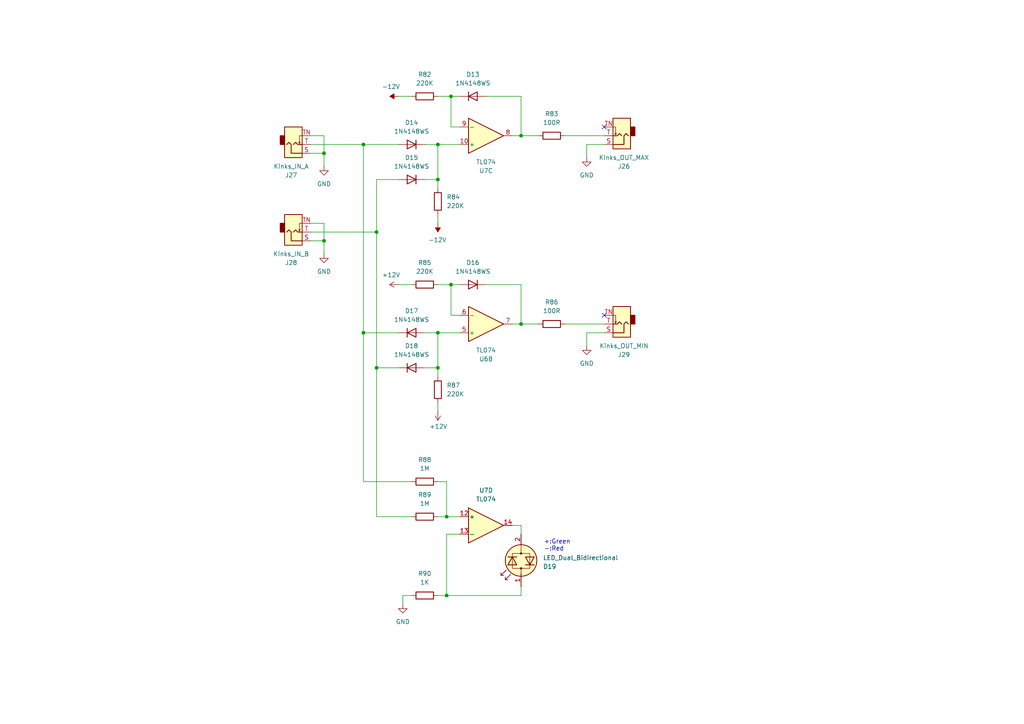
<source format=kicad_sch>
(kicad_sch (version 20231120) (generator "eeschema") (generator_version "8.0")
  (paper "A4")
  (title_block (title "Analog AND/OR") (date "2025-03-23") (rev "1.0") (company "StudioKAT"))
  (lib_symbols
    (symbol "Amplifier_Operational:TL074" (pin_names (offset 0.127))
      (property "Reference" "U" (at 0 5.08 0))
      (property "Value" "TL074" (at 0 -5.08 0))
      (symbol "TL074_1_1"
        (polyline (pts (xy -5.08 5.08) (xy 5.08 0) (xy -5.08 -5.08) (xy -5.08 5.08)) (stroke (width 0.254)) (fill (type background)))
        (pin output line (at 7.62 0 180) (length 2.54) (name "~") (number "1"))
        (pin input line (at -7.62 -2.54 0) (length 2.54) (name "-") (number "2"))
        (pin input line (at -7.62 2.54 0) (length 2.54) (name "+") (number "3"))
      )
      (symbol "TL074_2_1"
        (polyline (pts (xy -5.08 5.08) (xy 5.08 0) (xy -5.08 -5.08) (xy -5.08 5.08)) (stroke (width 0.254)) (fill (type background)))
        (pin input line (at -7.62 2.54 0) (length 2.54) (name "+") (number "5"))
        (pin input line (at -7.62 -2.54 0) (length 2.54) (name "-") (number "6"))
        (pin output line (at 7.62 0 180) (length 2.54) (name "~") (number "7"))
      )
      (symbol "TL074_3_1"
        (polyline (pts (xy -5.08 5.08) (xy 5.08 0) (xy -5.08 -5.08) (xy -5.08 5.08)) (stroke (width 0.254)) (fill (type background)))
        (pin input line (at -7.62 2.54 0) (length 2.54) (name "+") (number "10"))
        (pin output line (at 7.62 0 180) (length 2.54) (name "~") (number "8"))
        (pin input line (at -7.62 -2.54 0) (length 2.54) (name "-") (number "9"))
      )
      (symbol "TL074_4_1"
        (polyline (pts (xy -5.08 5.08) (xy 5.08 0) (xy -5.08 -5.08) (xy -5.08 5.08)) (stroke (width 0.254)) (fill (type background)))
        (pin input line (at -7.62 2.54 0) (length 2.54) (name "+") (number "12"))
        (pin input line (at -7.62 -2.54 0) (length 2.54) (name "-") (number "13"))
        (pin output line (at 7.62 0 180) (length 2.54) (name "~") (number "14"))
      )
      (symbol "TL074_5_1"
        (pin power_in line (at -2.54 -7.62 90) (length 3.81) (name "V-") (number "11"))
        (pin power_in line (at -2.54 7.62 270) (length 3.81) (name "V+") (number "4"))
      )
    )
    (symbol "Connector_Audio:AudioJack2_SwitchT"
      (property "Reference" "J" (at 0 8.89 0))
      (property "Value" "AudioJack2_SwitchT" (at 0 6.35 0))
      (symbol "AudioJack2_SwitchT_0_1"
        (rectangle (start -2.54 0) (end -3.81 -2.54) (stroke (width 0.254)) (fill (type outline)))
        (polyline (pts (xy 1.778 -0.254) (xy 2.032 -0.762)))
        (polyline (pts (xy 0 0) (xy 0.635 -0.635) (xy 1.27 0) (xy 2.54 0)) (stroke (width 0.254)))
        (polyline (pts (xy 2.54 -2.54) (xy 1.778 -2.54) (xy 1.778 -0.254) (xy 1.524 -0.762)))
        (polyline (pts (xy 2.54 2.54) (xy -0.635 2.54) (xy -0.635 0) (xy -1.27 -0.635) (xy -1.905 0)) (stroke (width 0.254)))
        (rectangle (start 2.54 3.81) (end -2.54 -5.08) (stroke (width 0.254)) (fill (type background)))
      )
      (symbol "AudioJack2_SwitchT_1_1"
        (pin passive line (at 5.08 2.54 180) (length 2.54) (name "~") (number "S"))
        (pin passive line (at 5.08 0 180) (length 2.54) (name "~") (number "T"))
        (pin passive line (at 5.08 -2.54 180) (length 2.54) (name "~") (number "TN"))
      )
    )
    (symbol "Device:LED_Dual_Bidirectional" (pin_names (offset 0) hide)
      (property "Reference" "D" (at 0 5.715 0))
      (property "Value" "LED_Dual_Bidirectional" (at 0 -6.35 0))
      (symbol "LED_Dual_Bidirectional_0_1"
        (circle (center -2.032 0) (radius 0.254) (fill (type outline)))
        (polyline (pts (xy -4.572 0) (xy -2.54 0)))
        (polyline (pts (xy -2.032 0) (xy -2.54 0)))
        (polyline (pts (xy -1.016 3.81) (xy -1.016 1.27)) (stroke (width 0.254)))
        (polyline (pts (xy 1.27 -1.27) (xy 1.27 -3.81)) (stroke (width 0.254)))
        (polyline (pts (xy 4.064 0) (xy 2.286 0)) (fill (type outline)))
        (polyline (pts (xy 4.318 5.842) (xy 4.318 5.08)) (stroke (width 0.2032)))
        (polyline (pts (xy 5.588 4.572) (xy 5.588 3.81)) (stroke (width 0.2032)))
        (polyline (pts (xy 2.794 4.318) (xy 4.318 5.842) (xy 3.556 5.842)) (stroke (width 0.2032)))
        (polyline (pts (xy 4.064 3.048) (xy 5.588 4.572) (xy 4.826 4.572)) (stroke (width 0.2032)))
        (polyline (pts (xy -1.016 -1.27) (xy -1.016 -3.81) (xy 1.27 -2.54) (xy -1.016 -1.27)) (stroke (width 0.254)))
        (polyline (pts (xy 1.27 3.81) (xy 1.27 1.27) (xy -1.016 2.54) (xy 1.27 3.81)) (stroke (width 0.254)))
        (polyline (pts (xy 2.286 2.54) (xy -2.032 2.54) (xy -2.032 -2.54) (xy 2.286 -2.54) (xy 2.286 2.54)))
        (circle (center 0 0) (radius 4.572) (stroke (width 0.254)) (fill (type background)))
        (circle (center 2.286 0) (radius 0.254) (fill (type outline)))
      )
      (symbol "LED_Dual_Bidirectional_1_1"
        (pin input line (at 7.62 0 180) (length 3.81) (name "KA") (number "1"))
        (pin input line (at -7.62 0 0) (length 3.048) (name "AK") (number "2"))
      )
    )
    (symbol "Device:R" (pin_numbers hide) (pin_names (offset 0))
      (property "Reference" "R" (at 2.032 0 90))
      (property "Value" "R" (at 0 0 90))
      (symbol "R_0_1"
        (rectangle (start -1.016 -2.54) (end 1.016 2.54) (stroke (width 0.254)))
      )
      (symbol "R_1_1"
        (pin passive line (at 0 3.81 270) (length 1.27) (name "~") (number "1"))
        (pin passive line (at 0 -3.81 90) (length 1.27) (name "~") (number "2"))
      )
    )
    (symbol "Diode:1N4148WS" (pin_numbers hide) (pin_names hide)
      (property "Reference" "D" (at 0 2.54 0))
      (property "Value" "1N4148WS" (at 0 -2.54 0))
      (symbol "1N4148WS_0_1"
        (polyline (pts (xy -1.27 1.27) (xy -1.27 -1.27)) (stroke (width 0.254)))
        (polyline (pts (xy 1.27 0) (xy -1.27 0)))
        (polyline (pts (xy 1.27 1.27) (xy 1.27 -1.27) (xy -1.27 0) (xy 1.27 1.27)) (stroke (width 0.254)))
      )
      (symbol "1N4148WS_1_1"
        (pin passive line (at -3.81 0 0) (length 2.54) (name "K") (number "1"))
        (pin passive line (at 3.81 0 180) (length 2.54) (name "A") (number "2"))
      )
    )
    (symbol "power:+12V" (power) (pin_numbers hide) (pin_names (offset 0) hide)
      (property "Value" "+12V" (at 0 3.556 0))
      (symbol "+12V_0_1"
        (polyline (pts (xy -0.762 1.27) (xy 0 2.54)))
        (polyline (pts (xy 0 0) (xy 0 2.54)))
        (polyline (pts (xy 0 2.54) (xy 0.762 1.27)))
      )
      (symbol "+12V_1_1"
        (pin power_in line (at 0 0 90) (length 0) (name "~") (number "1"))
      )
    )
    (symbol "power:-12V" (power) (pin_numbers hide) (pin_names (offset 0) hide)
      (property "Value" "-12V" (at 0 3.556 0))
      (symbol "-12V_0_0"
        (pin power_in line (at 0 0 90) (length 0) (name "~") (number "1"))
      )
      (symbol "-12V_0_1"
        (polyline (pts (xy 0 0) (xy 0 1.27) (xy 0.762 1.27) (xy 0 2.54) (xy -0.762 1.27) (xy 0 1.27)) (fill (type outline)))
      )
    )
    (symbol "power:GND" (power) (pin_numbers hide) (pin_names (offset 0) hide)
      (property "Value" "GND" (at 0 -3.81 0))
      (symbol "GND_0_1"
        (polyline (pts (xy 0 0) (xy 0 -1.27) (xy 1.27 -1.27) (xy 0 -2.54) (xy -1.27 -1.27) (xy 0 -1.27)))
      )
      (symbol "GND_1_1"
        (pin power_in line (at 0 0 270) (length 0) (name "~") (number "1"))
      )
    )
  )
  (junction (at 129.54 172.72))
  (junction (at 109.22 106.68))
  (junction (at 105.41 41.91))
  (junction (at 127 52.07))
  (junction (at 151.13 93.98))
  (junction (at 93.98 44.45))
  (junction (at 130.81 27.94))
  (junction (at 130.81 82.55))
  (junction (at 93.98 69.85))
  (junction (at 127 96.52))
  (junction (at 109.22 67.31))
  (junction (at 129.54 149.86))
  (junction (at 127 41.91))
  (junction (at 127 106.68))
  (junction (at 151.13 39.37))
  (junction (at 105.41 96.52))
  (no_connect (at 175.26 91.44))
  (no_connect (at 175.26 36.83))
  (wire (pts (xy 123.19 96.52) (xy 127 96.52)))
  (wire (pts (xy 175.26 41.91) (xy 170.18 41.91)))
  (wire (pts (xy 130.81 82.55) (xy 130.81 91.44)))
  (wire (pts (xy 129.54 154.94) (xy 129.54 172.72)))
  (wire (pts (xy 127 41.91) (xy 133.35 41.91)))
  (wire (pts (xy 119.38 149.86) (xy 109.22 149.86)))
  (wire (pts (xy 109.22 52.07) (xy 109.22 67.31)))
  (wire (pts (xy 130.81 36.83) (xy 133.35 36.83)))
  (wire (pts (xy 163.83 39.37) (xy 175.26 39.37)))
  (wire (pts (xy 151.13 39.37) (xy 156.21 39.37)))
  (wire (pts (xy 151.13 172.72) (xy 151.13 170.18)))
  (wire (pts (xy 93.98 44.45) (xy 93.98 48.26)))
  (wire (pts (xy 140.97 82.55) (xy 151.13 82.55)))
  (wire (pts (xy 115.57 96.52) (xy 105.41 96.52)))
  (wire (pts (xy 148.59 93.98) (xy 151.13 93.98)))
  (wire (pts (xy 116.84 172.72) (xy 116.84 175.26)))
  (wire (pts (xy 93.98 69.85) (xy 93.98 73.66)))
  (wire (pts (xy 127 52.07) (xy 127 41.91)))
  (wire (pts (xy 115.57 52.07) (xy 109.22 52.07)))
  (wire (pts (xy 90.17 39.37) (xy 93.98 39.37)))
  (wire (pts (xy 93.98 39.37) (xy 93.98 44.45)))
  (wire (pts (xy 105.41 139.7) (xy 105.41 96.52)))
  (wire (pts (xy 90.17 69.85) (xy 93.98 69.85)))
  (wire (pts (xy 105.41 41.91) (xy 115.57 41.91)))
  (wire (pts (xy 129.54 139.7) (xy 129.54 149.86)))
  (wire (pts (xy 123.19 106.68) (xy 127 106.68)))
  (wire (pts (xy 151.13 82.55) (xy 151.13 93.98)))
  (wire (pts (xy 163.83 93.98) (xy 175.26 93.98)))
  (wire (pts (xy 151.13 93.98) (xy 156.21 93.98)))
  (wire (pts (xy 127 82.55) (xy 130.81 82.55)))
  (wire (pts (xy 130.81 91.44) (xy 133.35 91.44)))
  (wire (pts (xy 127 62.23) (xy 127 64.77)))
  (wire (pts (xy 151.13 27.94) (xy 151.13 39.37)))
  (wire (pts (xy 129.54 154.94) (xy 133.35 154.94)))
  (wire (pts (xy 119.38 139.7) (xy 105.41 139.7)))
  (wire (pts (xy 109.22 106.68) (xy 109.22 67.31)))
  (wire (pts (xy 148.59 39.37) (xy 151.13 39.37)))
  (wire (pts (xy 170.18 96.52) (xy 170.18 100.33)))
  (wire (pts (xy 123.19 41.91) (xy 127 41.91)))
  (wire (pts (xy 129.54 172.72) (xy 151.13 172.72)))
  (wire (pts (xy 133.35 27.94) (xy 130.81 27.94)))
  (wire (pts (xy 175.26 96.52) (xy 170.18 96.52)))
  (wire (pts (xy 127 149.86) (xy 129.54 149.86)))
  (wire (pts (xy 90.17 44.45) (xy 93.98 44.45)))
  (wire (pts (xy 127 139.7) (xy 129.54 139.7)))
  (wire (pts (xy 133.35 82.55) (xy 130.81 82.55)))
  (wire (pts (xy 151.13 152.4) (xy 151.13 154.94)))
  (wire (pts (xy 115.57 106.68) (xy 109.22 106.68)))
  (wire (pts (xy 140.97 27.94) (xy 151.13 27.94)))
  (wire (pts (xy 130.81 27.94) (xy 130.81 36.83)))
  (wire (pts (xy 127 106.68) (xy 127 96.52)))
  (wire (pts (xy 127 27.94) (xy 130.81 27.94)))
  (wire (pts (xy 105.41 96.52) (xy 105.41 41.91)))
  (wire (pts (xy 127 116.84) (xy 127 119.38)))
  (wire (pts (xy 148.59 152.4) (xy 151.13 152.4)))
  (wire (pts (xy 127 96.52) (xy 133.35 96.52)))
  (wire (pts (xy 90.17 41.91) (xy 105.41 41.91)))
  (wire (pts (xy 93.98 64.77) (xy 93.98 69.85)))
  (wire (pts (xy 170.18 41.91) (xy 170.18 45.72)))
  (wire (pts (xy 129.54 149.86) (xy 133.35 149.86)))
  (wire (pts (xy 119.38 172.72) (xy 116.84 172.72)))
  (wire (pts (xy 123.19 52.07) (xy 127 52.07)))
  (wire (pts (xy 127 106.68) (xy 127 109.22)))
  (wire (pts (xy 109.22 149.86) (xy 109.22 106.68)))
  (wire (pts (xy 127 172.72) (xy 129.54 172.72)))
  (wire (pts (xy 90.17 64.77) (xy 93.98 64.77)))
  (wire (pts (xy 115.57 82.55) (xy 119.38 82.55)))
  (wire (pts (xy 109.22 67.31) (xy 90.17 67.31)))
  (wire (pts (xy 127 52.07) (xy 127 54.61)))
  (wire (pts (xy 115.57 27.94) (xy 119.38 27.94)))
  (text "+:Green\n-:Red" (at 157.734 158.242 0) (effects (font (size 1.27 1.27)) (justify left)))
  (symbol (lib_id "power:+12V") (at 127 119.38 180) (unit 1)
    (property "Reference" "#PWR082" (effects (hide yes)))
    (property "Value" "+12V" (at 129.794 123.698 0) (effects (justify left)))
    (property "Description" "Power symbol creates a global label with name \"+12V\"" (effects (hide yes)))
  )
  (symbol (lib_id "power:GND") (at 93.98 48.26 0) (unit 1)
    (property "Reference" "#PWR077" (effects (hide yes)))
    (property "Value" "GND" (at 93.98 53.34 0))
    (property "Description" "Power symbol creates a global label with name \"GND\" , ground" (effects (hide yes)))
  )
  (symbol (lib_id "Diode:1N4148WS") (at 119.38 52.07 0) (mirror y) (unit 1)
    (property "Reference" "D15" (at 119.38 45.72 0))
    (property "Value" "1N4148WS" (at 119.38 48.26 0))
    (property "Footprint" "Diode_SMD:D_SOD-323" (effects (hide yes)))
    (property "Datasheet" "https://www.vishay.com/docs/85751/1n4148ws.pdf" (effects (hide yes)))
    (property "Description" "75V 0.15A Fast switching Diode, SOD-323" (effects (hide yes)))
    (property "Sim.Device" "D" (effects (hide yes)))
    (property "Sim.Pins" "1=K 2=A" (effects (hide yes)))
    (property "LCSC" "C2128" (effects (hide yes)))
  )
  (symbol (lib_id "Device:R") (at 127 113.03 0) (unit 1)
    (property "Reference" "R87" (at 129.54 111.7599 0) (effects (justify left)))
    (property "Value" "220K" (at 129.54 114.2999 0) (effects (justify left)))
    (property "Footprint" "Resistor_SMD:R_0402_1005Metric" (effects (hide yes)))
    (property "Description" "Resistor" (effects (hide yes)))
    (property "LCSC" "C25767" (effects (hide yes)))
  )
  (symbol (lib_id "Connector_Audio:AudioJack2_SwitchT") (at 85.09 67.31 0) (mirror x) (unit 1)
    (property "Reference" "J28" (at 84.455 76.2 0))
    (property "Value" "Kinks_IN_B" (at 84.455 73.66 0))
    (property "Footprint" "kat_eurorack:AudioJack_PJ301M-12" (effects (hide yes)))
    (property "Description" "Audio Jack, 2 Poles (Mono / TS), Switched T Pole (Normalling)" (effects (hide yes)))
  )
  (symbol (lib_id "Diode:1N4148WS") (at 119.38 106.68 0) (unit 1)
    (property "Reference" "D18" (at 119.38 100.33 0))
    (property "Value" "1N4148WS" (at 119.38 102.87 0))
    (property "Footprint" "Diode_SMD:D_SOD-323" (effects (hide yes)))
    (property "Datasheet" "https://www.vishay.com/docs/85751/1n4148ws.pdf" (effects (hide yes)))
    (property "Description" "75V 0.15A Fast switching Diode, SOD-323" (effects (hide yes)))
    (property "Sim.Device" "D" (effects (hide yes)))
    (property "Sim.Pins" "1=K 2=A" (effects (hide yes)))
    (property "LCSC" "C2128" (effects (hide yes)))
  )
  (symbol (lib_id "power:GND") (at 170.18 45.72 0) (unit 1)
    (property "Reference" "#PWR076" (effects (hide yes)))
    (property "Value" "GND" (at 170.18 50.8 0))
    (property "Description" "Power symbol creates a global label with name \"GND\" , ground" (effects (hide yes)))
  )
  (symbol (lib_id "power:GND") (at 93.98 73.66 0) (unit 1)
    (property "Reference" "#PWR079" (effects (hide yes)))
    (property "Value" "GND" (at 93.98 78.74 0))
    (property "Description" "Power symbol creates a global label with name \"GND\" , ground" (effects (hide yes)))
  )
  (symbol (lib_id "Amplifier_Operational:TL074") (at 140.97 93.98 0) (mirror x) (unit 2)
    (property "Reference" "U6" (at 140.97 104.14 0))
    (property "Value" "TL074" (at 140.97 101.6 0))
    (property "Footprint" "Package_SO:TSSOP-14_4.4x5mm_P0.65mm" (effects (hide yes)))
    (property "Datasheet" "http://www.ti.com/lit/ds/symlink/tl071.pdf" (effects (hide yes)))
    (property "Description" "Quad Low-Noise JFET-Input Operational Amplifiers, DIP-14/SOIC-14" (effects (hide yes)))
    (property "LCSC" "C4370424" (effects (hide yes)))
  )
  (symbol (lib_id "power:+12V") (at 115.57 82.55 90) (unit 1)
    (property "Reference" "#PWR080" (effects (hide yes)))
    (property "Value" "+12V" (at 116.078 79.756 90) (effects (justify left)))
    (property "Description" "Power symbol creates a global label with name \"+12V\"" (effects (hide yes)))
  )
  (symbol (lib_id "Connector_Audio:AudioJack2_SwitchT") (at 180.34 93.98 180) (unit 1)
    (property "Reference" "J29" (at 180.975 102.87 0))
    (property "Value" "Kinks_OUT_MIN" (at 180.975 100.33 0))
    (property "Footprint" "kat_eurorack:AudioJack_PJ301M-12" (effects (hide yes)))
    (property "Description" "Audio Jack, 2 Poles (Mono / TS), Switched T Pole (Normalling)" (effects (hide yes)))
  )
  (symbol (lib_id "Connector_Audio:AudioJack2_SwitchT") (at 180.34 39.37 180) (unit 1)
    (property "Reference" "J26" (at 180.975 48.26 0))
    (property "Value" "Kinks_OUT_MAX" (at 180.975 45.72 0))
    (property "Footprint" "kat_eurorack:AudioJack_PJ301M-12" (effects (hide yes)))
    (property "Description" "Audio Jack, 2 Poles (Mono / TS), Switched T Pole (Normalling)" (effects (hide yes)))
  )
  (symbol (lib_id "Device:R") (at 123.19 27.94 90) (unit 1)
    (property "Reference" "R82" (at 123.19 21.59 90))
    (property "Value" "220K" (at 123.19 24.13 90))
    (property "Footprint" "Resistor_SMD:R_0402_1005Metric" (effects (hide yes)))
    (property "Description" "Resistor" (effects (hide yes)))
    (property "LCSC" "C25767" (effects (hide yes)))
  )
  (symbol (lib_id "Diode:1N4148WS") (at 119.38 41.91 0) (mirror y) (unit 1)
    (property "Reference" "D14" (at 119.38 35.56 0))
    (property "Value" "1N4148WS" (at 119.38 38.1 0))
    (property "Footprint" "Diode_SMD:D_SOD-323" (effects (hide yes)))
    (property "Datasheet" "https://www.vishay.com/docs/85751/1n4148ws.pdf" (effects (hide yes)))
    (property "Description" "75V 0.15A Fast switching Diode, SOD-323" (effects (hide yes)))
    (property "Sim.Device" "D" (effects (hide yes)))
    (property "Sim.Pins" "1=K 2=A" (effects (hide yes)))
    (property "LCSC" "C2128" (effects (hide yes)))
  )
  (symbol (lib_id "Device:R") (at 123.19 139.7 90) (unit 1)
    (property "Reference" "R88" (at 123.19 133.35 90))
    (property "Value" "1M" (at 123.19 135.89 90))
    (property "Footprint" "Resistor_SMD:R_0402_1005Metric" (effects (hide yes)))
    (property "Description" "Resistor" (effects (hide yes)))
    (property "LCSC" "C26083" (effects (hide yes)))
  )
  (symbol (lib_id "Amplifier_Operational:TL074") (at 140.97 39.37 0) (mirror x) (unit 3)
    (property "Reference" "U7" (at 140.97 49.53 0))
    (property "Value" "TL074" (at 140.97 46.99 0))
    (property "Footprint" "Package_SO:TSSOP-14_4.4x5mm_P0.65mm" (effects (hide yes)))
    (property "Datasheet" "http://www.ti.com/lit/ds/symlink/tl071.pdf" (effects (hide yes)))
    (property "Description" "Quad Low-Noise JFET-Input Operational Amplifiers, DIP-14/SOIC-14" (effects (hide yes)))
    (property "LCSC" "C4370424" (effects (hide yes)))
  )
  (symbol (lib_id "Device:R") (at 160.02 39.37 90) (unit 1)
    (property "Reference" "R83" (at 160.02 33.02 90))
    (property "Value" "100R" (at 160.02 35.56 90))
    (property "Footprint" "Resistor_SMD:R_0402_1005Metric" (effects (hide yes)))
    (property "Description" "Resistor" (effects (hide yes)))
    (property "LCSC" "C25076" (effects (hide yes)))
  )
  (symbol (lib_id "Device:LED_Dual_Bidirectional") (at 151.13 162.56 90) (mirror x) (unit 1)
    (property "Reference" "D19" (at 157.48 164.3254 90) (effects (justify right)))
    (property "Value" "LED_Dual_Bidirectional" (at 157.48 161.7854 90) (effects (justify right)))
    (property "Footprint" "LED_THT:LED_D3.0mm" (effects (hide yes)))
    (property "Description" "Dual LED, bidirectional" (effects (hide yes)))
  )
  (symbol (lib_id "Diode:1N4148WS") (at 137.16 27.94 0) (unit 1)
    (property "Reference" "D13" (at 137.16 21.59 0))
    (property "Value" "1N4148WS" (at 137.16 24.13 0))
    (property "Footprint" "Diode_SMD:D_SOD-323" (effects (hide yes)))
    (property "Datasheet" "https://www.vishay.com/docs/85751/1n4148ws.pdf" (effects (hide yes)))
    (property "Description" "75V 0.15A Fast switching Diode, SOD-323" (effects (hide yes)))
    (property "Sim.Device" "D" (effects (hide yes)))
    (property "Sim.Pins" "1=K 2=A" (effects (hide yes)))
    (property "LCSC" "C2128" (effects (hide yes)))
  )
  (symbol (lib_id "Diode:1N4148WS") (at 137.16 82.55 0) (mirror y) (unit 1)
    (property "Reference" "D16" (at 137.16 76.2 0))
    (property "Value" "1N4148WS" (at 137.16 78.74 0))
    (property "Footprint" "Diode_SMD:D_SOD-323" (effects (hide yes)))
    (property "Datasheet" "https://www.vishay.com/docs/85751/1n4148ws.pdf" (effects (hide yes)))
    (property "Description" "75V 0.15A Fast switching Diode, SOD-323" (effects (hide yes)))
    (property "Sim.Device" "D" (effects (hide yes)))
    (property "Sim.Pins" "1=K 2=A" (effects (hide yes)))
    (property "LCSC" "C2128" (effects (hide yes)))
  )
  (symbol (lib_id "power:-12V") (at 127 64.77 180) (unit 1)
    (property "Reference" "#PWR078" (effects (hide yes)))
    (property "Value" "-12V" (at 124.206 69.596 0) (effects (justify right)))
    (property "Description" "Power symbol creates a global label with name \"-12V\"" (effects (hide yes)))
  )
  (symbol (lib_id "Amplifier_Operational:TL074") (at 140.97 152.4 0) (unit 4)
    (property "Reference" "U7" (at 140.97 142.24 0))
    (property "Value" "TL074" (at 140.97 144.78 0))
    (property "Footprint" "Package_SO:TSSOP-14_4.4x5mm_P0.65mm" (effects (hide yes)))
    (property "Datasheet" "http://www.ti.com/lit/ds/symlink/tl071.pdf" (effects (hide yes)))
    (property "Description" "Quad Low-Noise JFET-Input Operational Amplifiers, DIP-14/SOIC-14" (effects (hide yes)))
    (property "LCSC" "C4370424" (effects (hide yes)))
  )
  (symbol (lib_id "Device:R") (at 123.19 172.72 90) (unit 1)
    (property "Reference" "R90" (at 123.19 166.37 90))
    (property "Value" "1K" (at 123.19 168.91 90))
    (property "Footprint" "Resistor_SMD:R_0402_1005Metric" (effects (hide yes)))
    (property "Description" "Resistor" (effects (hide yes)))
    (property "LCSC" "C11702" (effects (hide yes)))
  )
  (symbol (lib_id "Connector_Audio:AudioJack2_SwitchT") (at 85.09 41.91 0) (mirror x) (unit 1)
    (property "Reference" "J27" (at 84.455 50.8 0))
    (property "Value" "Kinks_IN_A" (at 84.455 48.26 0))
    (property "Footprint" "kat_eurorack:AudioJack_PJ301M-12" (effects (hide yes)))
    (property "Description" "Audio Jack, 2 Poles (Mono / TS), Switched T Pole (Normalling)" (effects (hide yes)))
  )
  (symbol (lib_id "Device:R") (at 123.19 149.86 90) (unit 1)
    (property "Reference" "R89" (at 123.19 143.51 90))
    (property "Value" "1M" (at 123.19 146.05 90))
    (property "Footprint" "Resistor_SMD:R_0402_1005Metric" (effects (hide yes)))
    (property "Description" "Resistor" (effects (hide yes)))
    (property "LCSC" "C26083" (effects (hide yes)))
  )
  (symbol (lib_id "power:GND") (at 170.18 100.33 0) (unit 1)
    (property "Reference" "#PWR081" (effects (hide yes)))
    (property "Value" "GND" (at 170.18 105.41 0))
    (property "Description" "Power symbol creates a global label with name \"GND\" , ground" (effects (hide yes)))
  )
  (symbol (lib_id "Device:R") (at 127 58.42 0) (unit 1)
    (property "Reference" "R84" (at 129.54 57.1499 0) (effects (justify left)))
    (property "Value" "220K" (at 129.54 59.6899 0) (effects (justify left)))
    (property "Footprint" "Resistor_SMD:R_0402_1005Metric" (effects (hide yes)))
    (property "Description" "Resistor" (effects (hide yes)))
    (property "LCSC" "C25767" (effects (hide yes)))
  )
  (symbol (lib_id "Diode:1N4148WS") (at 119.38 96.52 0) (unit 1)
    (property "Reference" "D17" (at 119.38 90.17 0))
    (property "Value" "1N4148WS" (at 119.38 92.71 0))
    (property "Footprint" "Diode_SMD:D_SOD-323" (effects (hide yes)))
    (property "Datasheet" "https://www.vishay.com/docs/85751/1n4148ws.pdf" (effects (hide yes)))
    (property "Description" "75V 0.15A Fast switching Diode, SOD-323" (effects (hide yes)))
    (property "Sim.Device" "D" (effects (hide yes)))
    (property "Sim.Pins" "1=K 2=A" (effects (hide yes)))
    (property "LCSC" "C2128" (effects (hide yes)))
  )
  (symbol (lib_id "Device:R") (at 160.02 93.98 90) (unit 1)
    (property "Reference" "R86" (at 160.02 87.63 90))
    (property "Value" "100R" (at 160.02 90.17 90))
    (property "Footprint" "Resistor_SMD:R_0402_1005Metric" (effects (hide yes)))
    (property "Description" "Resistor" (effects (hide yes)))
    (property "LCSC" "C25076" (effects (hide yes)))
  )
  (symbol (lib_id "power:GND") (at 116.84 175.26 0) (unit 1)
    (property "Reference" "#PWR083" (effects (hide yes)))
    (property "Value" "GND" (at 116.84 180.34 0))
    (property "Description" "Power symbol creates a global label with name \"GND\" , ground" (effects (hide yes)))
  )
  (symbol (lib_id "power:-12V") (at 115.57 27.94 90) (unit 1)
    (property "Reference" "#PWR075" (effects (hide yes)))
    (property "Value" "-12V" (at 110.744 25.146 90) (effects (justify right)))
    (property "Description" "Power symbol creates a global label with name \"-12V\"" (effects (hide yes)))
  )
  (symbol (lib_id "Device:R") (at 123.19 82.55 90) (unit 1)
    (property "Reference" "R85" (at 123.19 76.2 90))
    (property "Value" "220K" (at 123.19 78.74 90))
    (property "Footprint" "Resistor_SMD:R_0402_1005Metric" (effects (hide yes)))
    (property "Description" "Resistor" (effects (hide yes)))
    (property "LCSC" "C25767" (effects (hide yes)))
  )
)
</source>
